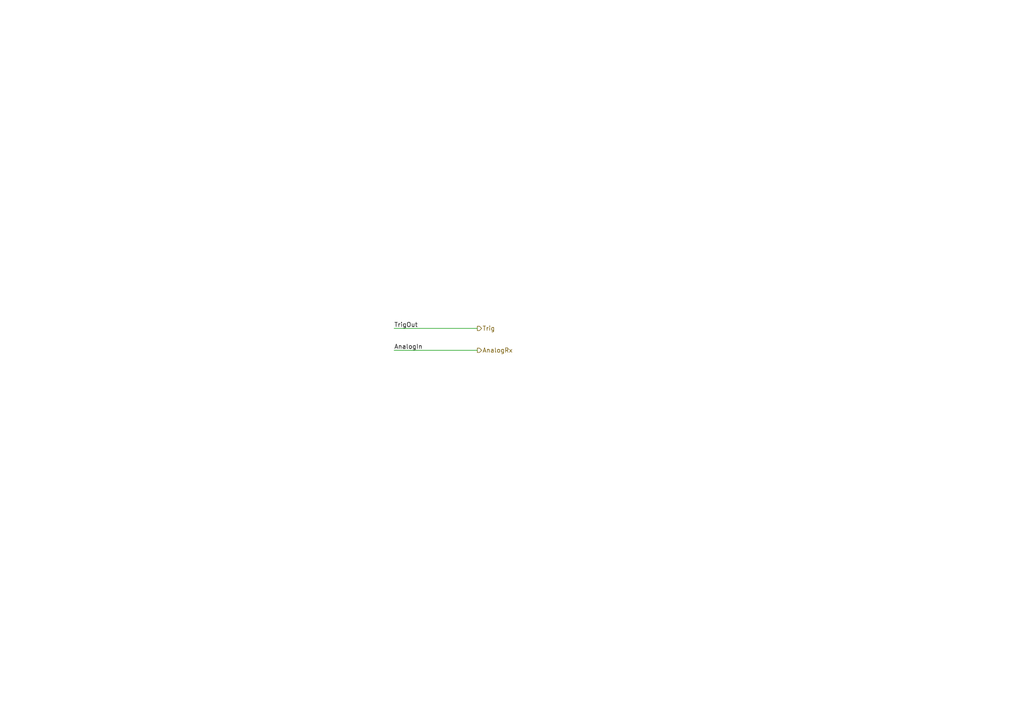
<source format=kicad_sch>
(kicad_sch
	(version 20231120)
	(generator "eeschema")
	(generator_version "8.0")
	(uuid "695af616-8122-4384-bca1-799e512e0174")
	(paper "A4")
	(title_block
		(title "Ultrasound")
		(company "Ege Turan")
		(comment 2 "Stanford, CA 94305")
		(comment 3 "Electrical Engineering Department")
		(comment 4 "Stanford University")
	)
	(lib_symbols)
	(wire
		(pts
			(xy 114.3 101.6) (xy 138.43 101.6)
		)
		(stroke
			(width 0)
			(type default)
		)
		(uuid "8550d5a3-0295-4ae4-b027-fd418b5d35c9")
	)
	(wire
		(pts
			(xy 114.3 95.25) (xy 138.43 95.25)
		)
		(stroke
			(width 0)
			(type default)
		)
		(uuid "d1b761e6-5b8e-4cc8-9504-dc30213526af")
	)
	(label "AnalogIn"
		(at 114.3 101.6 0)
		(fields_autoplaced yes)
		(effects
			(font
				(size 1.27 1.27)
			)
			(justify left bottom)
		)
		(uuid "a6e2e9aa-9a50-4c76-a391-4927b1d35bb8")
	)
	(label "TrigOut"
		(at 114.3 95.25 0)
		(fields_autoplaced yes)
		(effects
			(font
				(size 1.27 1.27)
			)
			(justify left bottom)
		)
		(uuid "aaec7598-b253-4482-b34c-c03d2e75641c")
	)
	(hierarchical_label "AnalogRx"
		(shape output)
		(at 138.43 101.6 0)
		(fields_autoplaced yes)
		(effects
			(font
				(size 1.27 1.27)
			)
			(justify left)
		)
		(uuid "071f64aa-5d1b-4f81-ac07-dbbdc4e299c9")
	)
	(hierarchical_label "Trig"
		(shape output)
		(at 138.43 95.25 0)
		(fields_autoplaced yes)
		(effects
			(font
				(size 1.27 1.27)
			)
			(justify left)
		)
		(uuid "91f69895-9612-4455-a4dc-137055585e33")
	)
)

</source>
